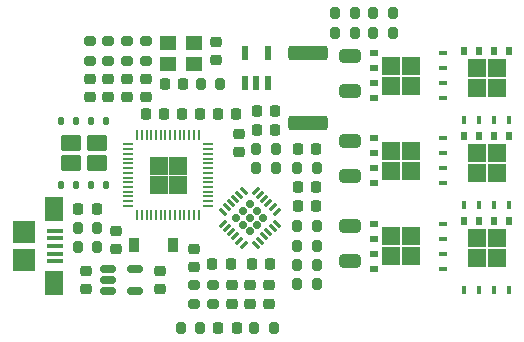
<source format=gbr>
%TF.GenerationSoftware,KiCad,Pcbnew,6.0.6+dfsg-1~bpo11+1*%
%TF.CreationDate,2022-08-14T06:53:32+00:00*%
%TF.ProjectId,xESC2,78455343-322e-46b6-9963-61645f706362,rev?*%
%TF.SameCoordinates,Original*%
%TF.FileFunction,Paste,Top*%
%TF.FilePolarity,Positive*%
%FSLAX46Y46*%
G04 Gerber Fmt 4.6, Leading zero omitted, Abs format (unit mm)*
G04 Created by KiCad (PCBNEW 6.0.6+dfsg-1~bpo11+1) date 2022-08-14 06:53:32*
%MOMM*%
%LPD*%
G01*
G04 APERTURE LIST*
G04 Aperture macros list*
%AMRoundRect*
0 Rectangle with rounded corners*
0 $1 Rounding radius*
0 $2 $3 $4 $5 $6 $7 $8 $9 X,Y pos of 4 corners*
0 Add a 4 corners polygon primitive as box body*
4,1,4,$2,$3,$4,$5,$6,$7,$8,$9,$2,$3,0*
0 Add four circle primitives for the rounded corners*
1,1,$1+$1,$2,$3*
1,1,$1+$1,$4,$5*
1,1,$1+$1,$6,$7*
1,1,$1+$1,$8,$9*
0 Add four rect primitives between the rounded corners*
20,1,$1+$1,$2,$3,$4,$5,0*
20,1,$1+$1,$4,$5,$6,$7,0*
20,1,$1+$1,$6,$7,$8,$9,0*
20,1,$1+$1,$8,$9,$2,$3,0*%
G04 Aperture macros list end*
%ADD10C,0.100000*%
%ADD11RoundRect,0.200000X0.200000X0.275000X-0.200000X0.275000X-0.200000X-0.275000X0.200000X-0.275000X0*%
%ADD12RoundRect,0.225000X0.250000X-0.225000X0.250000X0.225000X-0.250000X0.225000X-0.250000X-0.225000X0*%
%ADD13RoundRect,0.225000X-0.250000X0.225000X-0.250000X-0.225000X0.250000X-0.225000X0.250000X0.225000X0*%
%ADD14RoundRect,0.225000X-0.225000X-0.250000X0.225000X-0.250000X0.225000X0.250000X-0.225000X0.250000X0*%
%ADD15RoundRect,0.218750X-0.256250X0.218750X-0.256250X-0.218750X0.256250X-0.218750X0.256250X0.218750X0*%
%ADD16RoundRect,0.218750X0.218750X0.256250X-0.218750X0.256250X-0.218750X-0.256250X0.218750X-0.256250X0*%
%ADD17RoundRect,0.200000X-0.200000X-0.275000X0.200000X-0.275000X0.200000X0.275000X-0.200000X0.275000X0*%
%ADD18RoundRect,0.225000X0.225000X0.250000X-0.225000X0.250000X-0.225000X-0.250000X0.225000X-0.250000X0*%
%ADD19RoundRect,0.250000X0.650000X-0.325000X0.650000X0.325000X-0.650000X0.325000X-0.650000X-0.325000X0*%
%ADD20R,1.500000X1.500000*%
%ADD21R,0.750000X0.500000*%
%ADD22R,0.750000X0.400000*%
%ADD23R,1.350000X0.400000*%
%ADD24R,1.600000X2.100000*%
%ADD25R,1.900000X1.900000*%
%ADD26R,0.900000X1.200000*%
%ADD27R,0.500000X0.750000*%
%ADD28R,0.400000X0.750000*%
%ADD29RoundRect,0.150000X-0.512500X-0.150000X0.512500X-0.150000X0.512500X0.150000X-0.512500X0.150000X0*%
%ADD30RoundRect,0.200000X-0.275000X0.200000X-0.275000X-0.200000X0.275000X-0.200000X0.275000X0.200000X0*%
%ADD31RoundRect,0.165000X0.000000X-0.233345X0.233345X0.000000X0.000000X0.233345X-0.233345X0.000000X0*%
%ADD32RoundRect,0.062500X-0.185616X-0.274004X0.274004X0.185616X0.185616X0.274004X-0.274004X-0.185616X0*%
%ADD33RoundRect,0.062500X0.185616X-0.274004X0.274004X-0.185616X-0.185616X0.274004X-0.274004X0.185616X0*%
%ADD34RoundRect,0.250000X1.425000X-0.362500X1.425000X0.362500X-1.425000X0.362500X-1.425000X-0.362500X0*%
%ADD35R,1.400000X1.200000*%
%ADD36RoundRect,0.250000X0.615000X-0.435000X0.615000X0.435000X-0.615000X0.435000X-0.615000X-0.435000X0*%
%ADD37RoundRect,0.125000X0.125000X-0.250000X0.125000X0.250000X-0.125000X0.250000X-0.125000X-0.250000X0*%
%ADD38RoundRect,0.200000X0.275000X-0.200000X0.275000X0.200000X-0.275000X0.200000X-0.275000X-0.200000X0*%
%ADD39RoundRect,0.088500X0.206500X-0.516500X0.206500X0.516500X-0.206500X0.516500X-0.206500X-0.516500X0*%
%ADD40R,0.177800X0.812800*%
%ADD41R,0.812800X0.177800*%
G04 APERTURE END LIST*
%TO.C,U1*%
G36*
X242700000Y-118699999D02*
G01*
X241299800Y-118699999D01*
X241299800Y-117299799D01*
X242700000Y-117299799D01*
X242700000Y-118699999D01*
G37*
D10*
X242700000Y-118699999D02*
X241299800Y-118699999D01*
X241299800Y-117299799D01*
X242700000Y-117299799D01*
X242700000Y-118699999D01*
G36*
X244300200Y-120300199D02*
G01*
X242900000Y-120300199D01*
X242900000Y-118899999D01*
X244300200Y-118899999D01*
X244300200Y-120300199D01*
G37*
X244300200Y-120300199D02*
X242900000Y-120300199D01*
X242900000Y-118899999D01*
X244300200Y-118899999D01*
X244300200Y-120300199D01*
G36*
X242700000Y-120300199D02*
G01*
X241299800Y-120300199D01*
X241299800Y-118899999D01*
X242700000Y-118899999D01*
X242700000Y-120300199D01*
G37*
X242700000Y-120300199D02*
X241299800Y-120300199D01*
X241299800Y-118899999D01*
X242700000Y-118899999D01*
X242700000Y-120300199D01*
G36*
X244300200Y-118699999D02*
G01*
X242900000Y-118699999D01*
X242900000Y-117299799D01*
X244300200Y-117299799D01*
X244300200Y-118699999D01*
G37*
X244300200Y-118699999D02*
X242900000Y-118699999D01*
X242900000Y-117299799D01*
X244300200Y-117299799D01*
X244300200Y-118699999D01*
%TD*%
D11*
%TO.C,R19*%
X255425000Y-118200000D03*
X253775000Y-118200000D03*
%TD*%
%TO.C,R20*%
X255425000Y-126400000D03*
X253775000Y-126400000D03*
%TD*%
%TO.C,R21*%
X251925000Y-118200000D03*
X250275000Y-118200000D03*
%TD*%
%TO.C,R22*%
X255425000Y-124800000D03*
X253775000Y-124800000D03*
%TD*%
D12*
%TO.C,C15*%
X248800000Y-116875000D03*
X248800000Y-115325000D03*
%TD*%
D13*
%TO.C,C11*%
X238400000Y-123525000D03*
X238400000Y-125075000D03*
%TD*%
D14*
%TO.C,C12*%
X243985000Y-113610000D03*
X245535000Y-113610000D03*
%TD*%
D13*
%TO.C,C13*%
X249800000Y-128125000D03*
X249800000Y-129675000D03*
%TD*%
D11*
%TO.C,R16*%
X255425000Y-128000000D03*
X253775000Y-128000000D03*
%TD*%
D13*
%TO.C,C24*%
X235900000Y-126925000D03*
X235900000Y-128475000D03*
%TD*%
D15*
%TO.C,D2*%
X251400000Y-128112500D03*
X251400000Y-129687500D03*
%TD*%
D16*
%TO.C,D3*%
X248627500Y-131760000D03*
X247052500Y-131760000D03*
%TD*%
D17*
%TO.C,R10*%
X250115000Y-131760000D03*
X251765000Y-131760000D03*
%TD*%
%TO.C,R11*%
X243915000Y-131760000D03*
X245565000Y-131760000D03*
%TD*%
%TO.C,R7*%
X256975000Y-105100000D03*
X258625000Y-105100000D03*
%TD*%
%TO.C,R8*%
X260175000Y-105100000D03*
X261825000Y-105100000D03*
%TD*%
D18*
%TO.C,C22*%
X255375000Y-119800000D03*
X253825000Y-119800000D03*
%TD*%
%TO.C,C21*%
X255375000Y-116600000D03*
X253825000Y-116600000D03*
%TD*%
%TO.C,C23*%
X255375000Y-121400000D03*
X253825000Y-121400000D03*
%TD*%
D11*
%TO.C,R15*%
X255425000Y-123100000D03*
X253775000Y-123100000D03*
%TD*%
D19*
%TO.C,C18*%
X258200000Y-126075000D03*
X258200000Y-123125000D03*
%TD*%
%TO.C,C26*%
X258200000Y-118875000D03*
X258200000Y-115925000D03*
%TD*%
D20*
%TO.C,Q1*%
X263400000Y-125650000D03*
X263400000Y-123950000D03*
D21*
X260295000Y-122895000D03*
D20*
X261700000Y-123950000D03*
D21*
X260295000Y-126705000D03*
X260295000Y-125435000D03*
D20*
X261700000Y-125650000D03*
D21*
X260295000Y-124165000D03*
D22*
X266100000Y-126705000D03*
X266100000Y-125435000D03*
X266100000Y-124165000D03*
X266100000Y-122895000D03*
%TD*%
D21*
%TO.C,Q3*%
X260295000Y-115695000D03*
D20*
X261700000Y-118450000D03*
D21*
X260295000Y-118235000D03*
D20*
X263400000Y-116750000D03*
X261700000Y-116750000D03*
X263400000Y-118450000D03*
D21*
X260295000Y-116965000D03*
X260295000Y-119505000D03*
D22*
X266100000Y-119505000D03*
X266100000Y-118235000D03*
X266100000Y-116965000D03*
X266100000Y-115695000D03*
%TD*%
D20*
%TO.C,Q5*%
X261700000Y-111250000D03*
D21*
X260295000Y-111035000D03*
D20*
X263400000Y-111250000D03*
X263400000Y-109550000D03*
D21*
X260295000Y-109765000D03*
X260295000Y-112305000D03*
X260295000Y-108495000D03*
D20*
X261700000Y-109550000D03*
D22*
X266100000Y-112305000D03*
X266100000Y-111035000D03*
X266100000Y-109765000D03*
X266100000Y-108495000D03*
%TD*%
D23*
%TO.C,J2*%
X233275000Y-123500000D03*
X233275000Y-124150000D03*
X233275000Y-124800000D03*
X233275000Y-125450000D03*
X233275000Y-126100000D03*
D24*
X233150000Y-121700000D03*
X233150000Y-127900000D03*
D25*
X230600000Y-123600000D03*
X230600000Y-126000000D03*
%TD*%
D26*
%TO.C,D1*%
X243250000Y-124700000D03*
X239950000Y-124700000D03*
%TD*%
D11*
%TO.C,R3*%
X236825000Y-124900000D03*
X235175000Y-124900000D03*
%TD*%
%TO.C,R2*%
X236825000Y-123300000D03*
X235175000Y-123300000D03*
%TD*%
D27*
%TO.C,Q6*%
X271705000Y-108295000D03*
D20*
X270650000Y-111400000D03*
X268950000Y-109700000D03*
D27*
X270435000Y-108295000D03*
D20*
X270650000Y-109700000D03*
D27*
X269165000Y-108295000D03*
D20*
X268950000Y-111400000D03*
D27*
X267895000Y-108295000D03*
D28*
X267895000Y-114100000D03*
X269165000Y-114100000D03*
X270435000Y-114100000D03*
X271705000Y-114100000D03*
%TD*%
D27*
%TO.C,Q4*%
X270435000Y-115495000D03*
X269165000Y-115495000D03*
D20*
X268950000Y-118600000D03*
X270650000Y-116900000D03*
X270650000Y-118600000D03*
D27*
X267895000Y-115495000D03*
X271705000Y-115495000D03*
D20*
X268950000Y-116900000D03*
D28*
X267895000Y-121300000D03*
X269165000Y-121300000D03*
X270435000Y-121300000D03*
X271705000Y-121300000D03*
%TD*%
D20*
%TO.C,Q2*%
X268950000Y-124100000D03*
X270650000Y-125800000D03*
X270650000Y-124100000D03*
D27*
X271705000Y-122695000D03*
X270435000Y-122695000D03*
D20*
X268950000Y-125800000D03*
D27*
X269165000Y-122695000D03*
X267895000Y-122695000D03*
D28*
X267895000Y-128500000D03*
X269165000Y-128500000D03*
X270435000Y-128500000D03*
X271705000Y-128500000D03*
%TD*%
D19*
%TO.C,C27*%
X258200000Y-111675000D03*
X258200000Y-108725000D03*
%TD*%
D14*
%TO.C,C19*%
X246578096Y-126300000D03*
X248128096Y-126300000D03*
%TD*%
D29*
%TO.C,U5*%
X237762500Y-126750000D03*
X237762500Y-127700000D03*
X237762500Y-128650000D03*
X240037500Y-128650000D03*
X240037500Y-126750000D03*
%TD*%
D13*
%TO.C,C14*%
X245000000Y-125025000D03*
X245000000Y-126575000D03*
%TD*%
D30*
%TO.C,R4*%
X237775000Y-107475000D03*
X237775000Y-109125000D03*
%TD*%
%TO.C,R5*%
X239375000Y-107475000D03*
X239375000Y-109125000D03*
%TD*%
D13*
%TO.C,C1*%
X236175000Y-110625000D03*
X236175000Y-112175000D03*
%TD*%
%TO.C,C2*%
X237775000Y-110625000D03*
X237775000Y-112175000D03*
%TD*%
%TO.C,C3*%
X239375000Y-110625000D03*
X239375000Y-112175000D03*
%TD*%
D30*
%TO.C,R6*%
X240975000Y-107475000D03*
X240975000Y-109125000D03*
%TD*%
%TO.C,R1*%
X236175000Y-107475000D03*
X236175000Y-109125000D03*
%TD*%
D13*
%TO.C,C4*%
X240975000Y-110625000D03*
X240975000Y-112175000D03*
%TD*%
D11*
%TO.C,R9*%
X258625000Y-106725000D03*
X256975000Y-106725000D03*
%TD*%
%TO.C,TH1*%
X261825000Y-106725000D03*
X260175000Y-106725000D03*
%TD*%
D31*
%TO.C,U3*%
X249161592Y-121820172D03*
X250901075Y-122400000D03*
X248581765Y-122400000D03*
X249741420Y-123559655D03*
X250321248Y-121820172D03*
X249741420Y-122400000D03*
X250321248Y-122979828D03*
X249161592Y-122979828D03*
X249741420Y-121240345D03*
D32*
X247452162Y-122921491D03*
X247805715Y-123275045D03*
X248159269Y-123628598D03*
X248512822Y-123982151D03*
X248866375Y-124335705D03*
X249219929Y-124689258D03*
D33*
X250262911Y-124689258D03*
X250616465Y-124335705D03*
X250970018Y-123982151D03*
X251323571Y-123628598D03*
X251677125Y-123275045D03*
X252030678Y-122921491D03*
D32*
X252030678Y-121878509D03*
X251677125Y-121524955D03*
X251323571Y-121171402D03*
X250970018Y-120817849D03*
X250616465Y-120464295D03*
X250262911Y-120110742D03*
D33*
X249219929Y-120110742D03*
X248866375Y-120464295D03*
X248512822Y-120817849D03*
X248159269Y-121171402D03*
X247805715Y-121524955D03*
X247452162Y-121878509D03*
%TD*%
D34*
%TO.C,R18*%
X254660000Y-114397500D03*
X254660000Y-108472500D03*
%TD*%
D13*
%TO.C,C25*%
X242100000Y-126925000D03*
X242100000Y-128475000D03*
%TD*%
D14*
%TO.C,C20*%
X250325000Y-113400000D03*
X251875000Y-113400000D03*
%TD*%
D35*
%TO.C,Y1*%
X242800000Y-109350000D03*
X245000000Y-109350000D03*
X245000000Y-107650000D03*
X242800000Y-107650000D03*
%TD*%
D36*
%TO.C,U2*%
X234625000Y-117750000D03*
X236775000Y-116050000D03*
X234625000Y-116050000D03*
X236775000Y-117750000D03*
D37*
X233795000Y-119600000D03*
X235065000Y-119600000D03*
X236335000Y-119600000D03*
X237605000Y-119600000D03*
X237605000Y-114200000D03*
X236335000Y-114200000D03*
X235065000Y-114200000D03*
X233795000Y-114200000D03*
%TD*%
D14*
%TO.C,C17*%
X250325000Y-115000000D03*
X251875000Y-115000000D03*
%TD*%
%TO.C,C6*%
X242525000Y-111100000D03*
X244075000Y-111100000D03*
%TD*%
D17*
%TO.C,R17*%
X250275000Y-116600000D03*
X251925000Y-116600000D03*
%TD*%
D14*
%TO.C,C8*%
X249925000Y-126300000D03*
X251475000Y-126300000D03*
%TD*%
D38*
%TO.C,R13*%
X246600000Y-129725000D03*
X246600000Y-128075000D03*
%TD*%
D14*
%TO.C,C7*%
X240945000Y-113610000D03*
X242495000Y-113610000D03*
%TD*%
D17*
%TO.C,R12*%
X245575000Y-111100000D03*
X247225000Y-111100000D03*
%TD*%
D12*
%TO.C,C5*%
X246900000Y-109075000D03*
X246900000Y-107525000D03*
%TD*%
D18*
%TO.C,C16*%
X236775000Y-121700000D03*
X235225000Y-121700000D03*
%TD*%
D39*
%TO.C,U4*%
X249350000Y-110985000D03*
X250300000Y-110985000D03*
X251250000Y-110985000D03*
X251250000Y-108475000D03*
X249350000Y-108475000D03*
%TD*%
D30*
%TO.C,R14*%
X245000000Y-128075000D03*
X245000000Y-129725000D03*
%TD*%
D40*
%TO.C,U1*%
X240200000Y-122203599D03*
X240599999Y-122203599D03*
X241000001Y-122203599D03*
X241400000Y-122203599D03*
X241799999Y-122203599D03*
X242200001Y-122203599D03*
X242600000Y-122203599D03*
X243000000Y-122203599D03*
X243399999Y-122203599D03*
X243800001Y-122203599D03*
X244200000Y-122203599D03*
X244599999Y-122203599D03*
X245000001Y-122203599D03*
X245400000Y-122203599D03*
D41*
X246203600Y-121399999D03*
X246203600Y-121000000D03*
X246203600Y-120599998D03*
X246203600Y-120199999D03*
X246203600Y-119800000D03*
X246203600Y-119399998D03*
X246203600Y-118999999D03*
X246203600Y-118599999D03*
X246203600Y-118200000D03*
X246203600Y-117799998D03*
X246203600Y-117399999D03*
X246203600Y-117000000D03*
X246203600Y-116599998D03*
X246203600Y-116199999D03*
D40*
X245400000Y-115396399D03*
X245000001Y-115396399D03*
X244599999Y-115396399D03*
X244200000Y-115396399D03*
X243800001Y-115396399D03*
X243399999Y-115396399D03*
X243000000Y-115396399D03*
X242600000Y-115396399D03*
X242200001Y-115396399D03*
X241799999Y-115396399D03*
X241400000Y-115396399D03*
X241000001Y-115396399D03*
X240599999Y-115396399D03*
X240200000Y-115396399D03*
D41*
X239396400Y-116199999D03*
X239396400Y-116599998D03*
X239396400Y-117000000D03*
X239396400Y-117399999D03*
X239396400Y-117799998D03*
X239396400Y-118200000D03*
X239396400Y-118599999D03*
X239396400Y-118999999D03*
X239396400Y-119399998D03*
X239396400Y-119800000D03*
X239396400Y-120199999D03*
X239396400Y-120599998D03*
X239396400Y-121000000D03*
X239396400Y-121399999D03*
%TD*%
D13*
%TO.C,C9*%
X248200000Y-128125000D03*
X248200000Y-129675000D03*
%TD*%
D18*
%TO.C,C10*%
X248575000Y-113610000D03*
X247025000Y-113610000D03*
%TD*%
M02*

</source>
